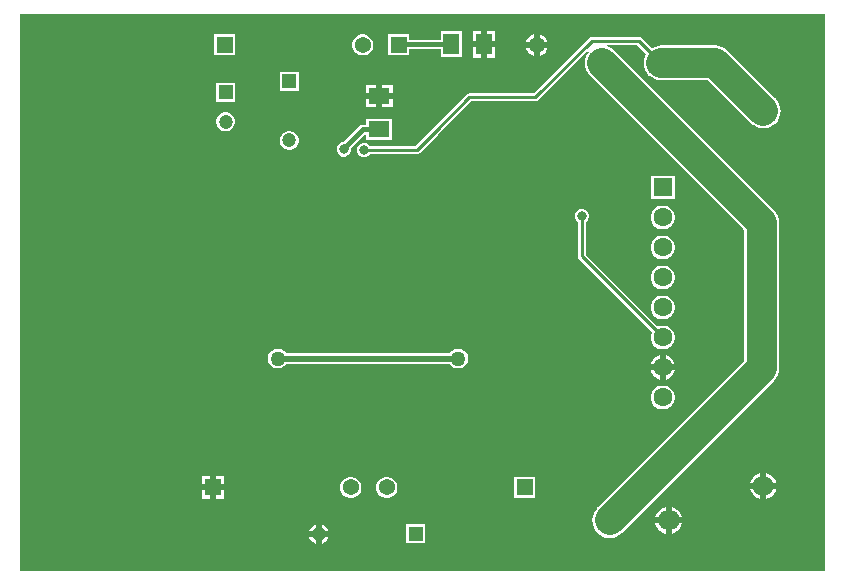
<source format=gbl>
G04*
G04 #@! TF.GenerationSoftware,Altium Limited,Altium Designer,23.1.1 (15)*
G04*
G04 Layer_Physical_Order=2*
G04 Layer_Color=16711680*
%FSLAX25Y25*%
%MOIN*%
G70*
G04*
G04 #@! TF.SameCoordinates,D35DB840-2654-421D-A1CD-60E11C52D8AA*
G04*
G04*
G04 #@! TF.FilePolarity,Positive*
G04*
G01*
G75*
%ADD14C,0.01000*%
%ADD20R,0.04724X0.04724*%
%ADD21C,0.04724*%
%ADD26R,0.05400X0.05400*%
%ADD27C,0.06800*%
%ADD28R,0.06800X0.06800*%
%ADD29C,0.05400*%
%ADD34C,0.02000*%
%ADD35C,0.01500*%
%ADD36C,0.10000*%
%ADD37C,0.06319*%
%ADD38R,0.06319X0.06319*%
%ADD39C,0.07087*%
%ADD40R,0.07087X0.07087*%
%ADD41R,0.04724X0.04724*%
%ADD42C,0.05000*%
%ADD43C,0.03150*%
%ADD44R,0.05315X0.07087*%
%ADD45R,0.07087X0.05315*%
G36*
X374697Y205134D02*
X106303D01*
Y390930D01*
X374697D01*
Y205134D01*
D02*
G37*
%LPC*%
G36*
X253457Y385052D02*
X246543D01*
Y382289D01*
X236000D01*
Y384000D01*
X229000D01*
Y377000D01*
X236000D01*
Y379128D01*
X246543D01*
Y376365D01*
X253457D01*
Y385052D01*
D02*
G37*
G36*
X264681Y385252D02*
X262024D01*
Y381709D01*
X264681D01*
Y385252D01*
D02*
G37*
G36*
X260024D02*
X257366D01*
Y381709D01*
X260024D01*
Y385252D01*
D02*
G37*
G36*
X279500Y384063D02*
Y381500D01*
X282063D01*
X281948Y381928D01*
X281461Y382772D01*
X280772Y383461D01*
X279928Y383948D01*
X279500Y384063D01*
D02*
G37*
G36*
X277500D02*
X277072Y383948D01*
X276228Y383461D01*
X275539Y382772D01*
X275052Y381928D01*
X274937Y381500D01*
X277500D01*
Y384063D01*
D02*
G37*
G36*
X220961Y384000D02*
X220039D01*
X219149Y383762D01*
X218351Y383301D01*
X217699Y382649D01*
X217238Y381851D01*
X217000Y380961D01*
Y380039D01*
X217238Y379149D01*
X217699Y378351D01*
X218351Y377699D01*
X219149Y377238D01*
X220039Y377000D01*
X220961D01*
X221851Y377238D01*
X222649Y377699D01*
X223301Y378351D01*
X223762Y379149D01*
X224000Y380039D01*
Y380961D01*
X223762Y381851D01*
X223301Y382649D01*
X222649Y383301D01*
X221851Y383762D01*
X220961Y384000D01*
D02*
G37*
G36*
X178000D02*
X171000D01*
Y377000D01*
X178000D01*
Y384000D01*
D02*
G37*
G36*
X282063Y379500D02*
X279500D01*
Y376937D01*
X279928Y377052D01*
X280772Y377539D01*
X281461Y378228D01*
X281948Y379072D01*
X282063Y379500D01*
D02*
G37*
G36*
X277500D02*
X274937D01*
X275052Y379072D01*
X275539Y378228D01*
X276228Y377539D01*
X277072Y377052D01*
X277500Y376937D01*
Y379500D01*
D02*
G37*
G36*
X264681Y379709D02*
X262024D01*
Y376165D01*
X264681D01*
Y379709D01*
D02*
G37*
G36*
X260024D02*
X257366D01*
Y376165D01*
X260024D01*
Y379709D01*
D02*
G37*
G36*
X199162Y371505D02*
X192838D01*
Y365180D01*
X199162D01*
Y371505D01*
D02*
G37*
G36*
X230528Y367043D02*
X226984D01*
Y364386D01*
X230528D01*
Y367043D01*
D02*
G37*
G36*
X224984D02*
X221441D01*
Y364386D01*
X224984D01*
Y367043D01*
D02*
G37*
G36*
X177965Y367926D02*
X171641D01*
Y361602D01*
X177965D01*
Y367926D01*
D02*
G37*
G36*
X230528Y362386D02*
X226984D01*
Y359728D01*
X230528D01*
Y362386D01*
D02*
G37*
G36*
X224984D02*
X221441D01*
Y359728D01*
X224984D01*
Y362386D01*
D02*
G37*
G36*
X312595Y383231D02*
X296905D01*
X296398Y383130D01*
X295968Y382843D01*
X277451Y364325D01*
X256000D01*
X255493Y364225D01*
X255063Y363937D01*
X243563Y352437D01*
X237951Y346826D01*
X223021D01*
X223013Y346845D01*
X222345Y347513D01*
X221472Y347875D01*
X220528D01*
X219655Y347513D01*
X218987Y346845D01*
X218625Y345972D01*
Y345028D01*
X218987Y344155D01*
X219655Y343487D01*
X220528Y343125D01*
X221472D01*
X222345Y343487D01*
X223013Y344155D01*
X223021Y344175D01*
X238500D01*
X239007Y344275D01*
X239437Y344563D01*
X245437Y350563D01*
X256549Y361674D01*
X278000D01*
X278507Y361775D01*
X278937Y362063D01*
X295553Y378678D01*
X295596Y378680D01*
X295721Y378537D01*
X295841Y378191D01*
X295469Y377738D01*
X294931Y376730D01*
X294599Y375637D01*
X294487Y374500D01*
X294599Y373363D01*
X294931Y372270D01*
X295469Y371262D01*
X296194Y370379D01*
X347672Y318901D01*
Y275099D01*
X298916Y226343D01*
X298472D01*
Y225850D01*
X297969Y225238D01*
X297430Y224230D01*
X297099Y223137D01*
X296987Y222000D01*
X297099Y220863D01*
X297430Y219770D01*
X297969Y218762D01*
X298472Y218150D01*
Y217657D01*
X298965D01*
X299577Y217154D01*
X300585Y216616D01*
X301678Y216284D01*
X302815Y216172D01*
X303952Y216284D01*
X305045Y216616D01*
X306053Y217154D01*
X306665Y217657D01*
X307158D01*
Y218101D01*
X357621Y268564D01*
X358346Y269447D01*
X358884Y270455D01*
X359216Y271548D01*
X359328Y272685D01*
Y321315D01*
X359216Y322452D01*
X358884Y323545D01*
X358346Y324553D01*
X357621Y325436D01*
X304436Y378621D01*
X303553Y379346D01*
X302545Y379884D01*
X301900Y380080D01*
X301975Y380580D01*
X312046D01*
X315061Y377564D01*
X314616Y376730D01*
X314284Y375637D01*
X314172Y374500D01*
X314284Y373363D01*
X314616Y372270D01*
X315154Y371262D01*
X315657Y370650D01*
Y370157D01*
X316150D01*
X316762Y369654D01*
X317770Y369116D01*
X318863Y368784D01*
X320000Y368672D01*
X335586D01*
X349800Y354458D01*
Y354300D01*
X349975D01*
X350762Y353654D01*
X351770Y353116D01*
X352863Y352784D01*
X354000Y352672D01*
X355137Y352784D01*
X356230Y353116D01*
X357238Y353654D01*
X358025Y354300D01*
X358200D01*
Y354475D01*
X358846Y355262D01*
X359384Y356270D01*
X359716Y357363D01*
X359828Y358500D01*
X359716Y359637D01*
X359384Y360730D01*
X358846Y361738D01*
X358200Y362525D01*
Y362700D01*
X358042D01*
X342121Y378621D01*
X341238Y379346D01*
X340230Y379884D01*
X339137Y380216D01*
X338000Y380328D01*
X320000D01*
X318863Y380216D01*
X317770Y379884D01*
X316936Y379439D01*
X313532Y382843D01*
X313102Y383130D01*
X312595Y383231D01*
D02*
G37*
G36*
X175220Y358084D02*
X174387D01*
X173583Y357868D01*
X172862Y357452D01*
X172273Y356863D01*
X171856Y356142D01*
X171641Y355338D01*
Y354505D01*
X171856Y353701D01*
X172273Y352980D01*
X172862Y352391D01*
X173583Y351975D01*
X174387Y351759D01*
X175220D01*
X176024Y351975D01*
X176745Y352391D01*
X177333Y352980D01*
X177750Y353701D01*
X177965Y354505D01*
Y355338D01*
X177750Y356142D01*
X177333Y356863D01*
X176745Y357452D01*
X176024Y357868D01*
X175220Y358084D01*
D02*
G37*
G36*
X230328Y355820D02*
X221641D01*
Y353943D01*
X220472D01*
X219868Y353822D01*
X219355Y353480D01*
X213919Y348044D01*
X213701D01*
X212828Y347682D01*
X212160Y347014D01*
X211798Y346142D01*
Y345197D01*
X212160Y344324D01*
X212828Y343656D01*
X213701Y343295D01*
X214646D01*
X215518Y343656D01*
X216186Y344324D01*
X216548Y345197D01*
Y346142D01*
X216530Y346185D01*
X221127Y350782D01*
X221641D01*
Y348905D01*
X230328D01*
Y355820D01*
D02*
G37*
G36*
X196416Y351820D02*
X195584D01*
X194779Y351604D01*
X194058Y351188D01*
X193470Y350599D01*
X193053Y349878D01*
X192838Y349074D01*
Y348241D01*
X193053Y347437D01*
X193470Y346716D01*
X194058Y346127D01*
X194779Y345711D01*
X195584Y345495D01*
X196416D01*
X197221Y345711D01*
X197942Y346127D01*
X198530Y346716D01*
X198947Y347437D01*
X199162Y348241D01*
Y349074D01*
X198947Y349878D01*
X198530Y350599D01*
X197942Y351188D01*
X197221Y351604D01*
X196416Y351820D01*
D02*
G37*
G36*
X324460Y336960D02*
X316541D01*
Y329041D01*
X324460D01*
Y336960D01*
D02*
G37*
G36*
X321021Y326959D02*
X319979D01*
X318972Y326690D01*
X318069Y326168D01*
X317332Y325431D01*
X316810Y324528D01*
X316541Y323521D01*
Y322479D01*
X316810Y321472D01*
X317332Y320569D01*
X318069Y319832D01*
X318972Y319310D01*
X319979Y319040D01*
X321021D01*
X322028Y319310D01*
X322931Y319832D01*
X323668Y320569D01*
X324190Y321472D01*
X324460Y322479D01*
Y323521D01*
X324190Y324528D01*
X323668Y325431D01*
X322931Y326168D01*
X322028Y326690D01*
X321021Y326959D01*
D02*
G37*
G36*
Y316960D02*
X319979D01*
X318972Y316690D01*
X318069Y316168D01*
X317332Y315431D01*
X316810Y314528D01*
X316541Y313521D01*
Y312479D01*
X316810Y311472D01*
X317332Y310569D01*
X318069Y309832D01*
X318972Y309310D01*
X319979Y309040D01*
X321021D01*
X322028Y309310D01*
X322931Y309832D01*
X323668Y310569D01*
X324190Y311472D01*
X324460Y312479D01*
Y313521D01*
X324190Y314528D01*
X323668Y315431D01*
X322931Y316168D01*
X322028Y316690D01*
X321021Y316960D01*
D02*
G37*
G36*
Y306960D02*
X319979D01*
X318972Y306690D01*
X318069Y306168D01*
X317332Y305431D01*
X316810Y304528D01*
X316541Y303521D01*
Y302479D01*
X316810Y301472D01*
X317332Y300569D01*
X318069Y299832D01*
X318972Y299310D01*
X319979Y299041D01*
X321021D01*
X322028Y299310D01*
X322931Y299832D01*
X323668Y300569D01*
X324190Y301472D01*
X324460Y302479D01*
Y303521D01*
X324190Y304528D01*
X323668Y305431D01*
X322931Y306168D01*
X322028Y306690D01*
X321021Y306960D01*
D02*
G37*
G36*
Y296959D02*
X319979D01*
X318972Y296690D01*
X318069Y296168D01*
X317332Y295431D01*
X316810Y294528D01*
X316541Y293521D01*
Y292479D01*
X316810Y291472D01*
X317332Y290569D01*
X318069Y289832D01*
X318972Y289310D01*
X319979Y289040D01*
X321021D01*
X322028Y289310D01*
X322931Y289832D01*
X323668Y290569D01*
X324190Y291472D01*
X324460Y292479D01*
Y293521D01*
X324190Y294528D01*
X323668Y295431D01*
X322931Y296168D01*
X322028Y296690D01*
X321021Y296959D01*
D02*
G37*
G36*
X293972Y325875D02*
X293028D01*
X292155Y325513D01*
X291487Y324845D01*
X291125Y323972D01*
Y323028D01*
X291487Y322155D01*
X292155Y321487D01*
X292175Y321479D01*
Y310000D01*
X292275Y309493D01*
X292563Y309063D01*
X316915Y284710D01*
X316810Y284528D01*
X316541Y283521D01*
Y282479D01*
X316810Y281472D01*
X317332Y280569D01*
X318069Y279832D01*
X318972Y279310D01*
X319979Y279041D01*
X321021D01*
X322028Y279310D01*
X322931Y279832D01*
X323668Y280569D01*
X324190Y281472D01*
X324460Y282479D01*
Y283521D01*
X324190Y284528D01*
X323668Y285431D01*
X322931Y286168D01*
X322028Y286690D01*
X321021Y286960D01*
X319979D01*
X318972Y286690D01*
X318790Y286585D01*
X294826Y310549D01*
Y321479D01*
X294845Y321487D01*
X295513Y322155D01*
X295875Y323028D01*
Y323972D01*
X295513Y324845D01*
X294845Y325513D01*
X293972Y325875D01*
D02*
G37*
G36*
X252797Y279284D02*
X251928D01*
X251089Y279059D01*
X250336Y278625D01*
X249722Y278011D01*
X249611Y277819D01*
X194877D01*
X194767Y278011D01*
X194152Y278625D01*
X193400Y279059D01*
X192560Y279284D01*
X191692D01*
X190852Y279059D01*
X190100Y278625D01*
X189485Y278011D01*
X189051Y277258D01*
X188826Y276419D01*
Y275550D01*
X189051Y274710D01*
X189485Y273958D01*
X190100Y273344D01*
X190852Y272909D01*
X191692Y272684D01*
X192560D01*
X193400Y272909D01*
X194152Y273344D01*
X194767Y273958D01*
X194877Y274149D01*
X249611D01*
X249722Y273958D01*
X250336Y273344D01*
X251089Y272909D01*
X251928Y272684D01*
X252797D01*
X253636Y272909D01*
X254388Y273344D01*
X255003Y273958D01*
X255437Y274710D01*
X255662Y275550D01*
Y276419D01*
X255437Y277258D01*
X255003Y278011D01*
X254388Y278625D01*
X253636Y279059D01*
X252797Y279284D01*
D02*
G37*
G36*
X321500Y277038D02*
Y274000D01*
X324538D01*
X324376Y274605D01*
X323828Y275554D01*
X323054Y276328D01*
X322106Y276876D01*
X321500Y277038D01*
D02*
G37*
G36*
X319500D02*
X318895Y276876D01*
X317946Y276328D01*
X317172Y275554D01*
X316624Y274605D01*
X316462Y274000D01*
X319500D01*
Y277038D01*
D02*
G37*
G36*
X324538Y272000D02*
X321500D01*
Y268962D01*
X322106Y269124D01*
X323054Y269672D01*
X323828Y270446D01*
X324376Y271394D01*
X324538Y272000D01*
D02*
G37*
G36*
X319500D02*
X316462D01*
X316624Y271394D01*
X317172Y270446D01*
X317946Y269672D01*
X318895Y269124D01*
X319500Y268962D01*
Y272000D01*
D02*
G37*
G36*
X321021Y266960D02*
X319979D01*
X318972Y266690D01*
X318069Y266168D01*
X317332Y265431D01*
X316810Y264528D01*
X316541Y263521D01*
Y262479D01*
X316810Y261472D01*
X317332Y260569D01*
X318069Y259832D01*
X318972Y259310D01*
X319979Y259040D01*
X321021D01*
X322028Y259310D01*
X322931Y259832D01*
X323668Y260569D01*
X324190Y261472D01*
X324460Y262479D01*
Y263521D01*
X324190Y264528D01*
X323668Y265431D01*
X322931Y266168D01*
X322028Y266690D01*
X321021Y266960D01*
D02*
G37*
G36*
X355000Y237787D02*
Y234500D01*
X358287D01*
X358100Y235198D01*
X357521Y236202D01*
X356702Y237021D01*
X355698Y237600D01*
X355000Y237787D01*
D02*
G37*
G36*
X353000D02*
X352302Y237600D01*
X351298Y237021D01*
X350479Y236202D01*
X349900Y235198D01*
X349713Y234500D01*
X353000D01*
Y237787D01*
D02*
G37*
G36*
X174200Y236700D02*
X171500D01*
Y234000D01*
X174200D01*
Y236700D01*
D02*
G37*
G36*
X169500D02*
X166800D01*
Y234000D01*
X169500D01*
Y236700D01*
D02*
G37*
G36*
X278000Y236500D02*
X271000D01*
Y229500D01*
X278000D01*
Y236500D01*
D02*
G37*
G36*
X228961D02*
X228039D01*
X227149Y236262D01*
X226351Y235801D01*
X225699Y235149D01*
X225238Y234351D01*
X225000Y233461D01*
Y232539D01*
X225238Y231649D01*
X225699Y230851D01*
X226351Y230199D01*
X227149Y229738D01*
X228039Y229500D01*
X228961D01*
X229851Y229738D01*
X230649Y230199D01*
X231301Y230851D01*
X231762Y231649D01*
X232000Y232539D01*
Y233461D01*
X231762Y234351D01*
X231301Y235149D01*
X230649Y235801D01*
X229851Y236262D01*
X228961Y236500D01*
D02*
G37*
G36*
X216961D02*
X216039D01*
X215149Y236262D01*
X214351Y235801D01*
X213699Y235149D01*
X213239Y234351D01*
X213000Y233461D01*
Y232539D01*
X213239Y231649D01*
X213699Y230851D01*
X214351Y230199D01*
X215149Y229738D01*
X216039Y229500D01*
X216961D01*
X217851Y229738D01*
X218649Y230199D01*
X219301Y230851D01*
X219761Y231649D01*
X220000Y232539D01*
Y233461D01*
X219761Y234351D01*
X219301Y235149D01*
X218649Y235801D01*
X217851Y236262D01*
X216961Y236500D01*
D02*
G37*
G36*
X174200Y232000D02*
X171500D01*
Y229300D01*
X174200D01*
Y232000D01*
D02*
G37*
G36*
X169500D02*
X166800D01*
Y229300D01*
X169500D01*
Y232000D01*
D02*
G37*
G36*
X358287Y232500D02*
X355000D01*
Y229213D01*
X355698Y229400D01*
X356702Y229979D01*
X357521Y230798D01*
X358100Y231802D01*
X358287Y232500D01*
D02*
G37*
G36*
X353000D02*
X349713D01*
X349900Y231802D01*
X350479Y230798D01*
X351298Y229979D01*
X352302Y229400D01*
X353000Y229213D01*
Y232500D01*
D02*
G37*
G36*
X323500Y226436D02*
Y223000D01*
X326936D01*
X326734Y223754D01*
X326135Y224790D01*
X325290Y225636D01*
X324254Y226234D01*
X323500Y226436D01*
D02*
G37*
G36*
X321500D02*
X320746Y226234D01*
X319710Y225636D01*
X318864Y224790D01*
X318266Y223754D01*
X318064Y223000D01*
X321500D01*
Y226436D01*
D02*
G37*
G36*
X206858Y220713D02*
Y218500D01*
X209071D01*
X208991Y218798D01*
X208549Y219564D01*
X207923Y220190D01*
X207156Y220633D01*
X206858Y220713D01*
D02*
G37*
G36*
X204858Y220713D02*
X204560Y220633D01*
X203794Y220190D01*
X203168Y219564D01*
X202725Y218798D01*
X202645Y218500D01*
X204858D01*
Y220713D01*
D02*
G37*
G36*
X326936Y221000D02*
X323500D01*
Y217564D01*
X324254Y217766D01*
X325290Y218365D01*
X326135Y219210D01*
X326734Y220246D01*
X326936Y221000D01*
D02*
G37*
G36*
X321500D02*
X318064D01*
X318266Y220246D01*
X318864Y219210D01*
X319710Y218365D01*
X320746Y217766D01*
X321500Y217564D01*
Y221000D01*
D02*
G37*
G36*
X241304Y220662D02*
X234980D01*
Y214338D01*
X241304D01*
Y220662D01*
D02*
G37*
G36*
X209071Y216500D02*
X206858D01*
Y214287D01*
X207156Y214367D01*
X207923Y214810D01*
X208549Y215436D01*
X208991Y216202D01*
X209071Y216500D01*
D02*
G37*
G36*
X204858D02*
X202645D01*
X202725Y216202D01*
X203168Y215436D01*
X203794Y214810D01*
X204560Y214367D01*
X204858Y214287D01*
Y216500D01*
D02*
G37*
%LPD*%
D14*
X312595Y381906D02*
X320000Y374500D01*
X296905Y381906D02*
X312595D01*
X278000Y363000D02*
X296905Y381906D01*
X244500Y351500D02*
X256000Y363000D01*
X278000D01*
X221000Y345500D02*
X238500D01*
X244500Y351500D01*
X293500Y310000D02*
Y323500D01*
Y310000D02*
X320500Y283000D01*
D20*
X196000Y368342D02*
D03*
X174803Y364764D02*
D03*
D21*
X196000Y348657D02*
D03*
X174803Y354921D02*
D03*
X205858Y217500D02*
D03*
D26*
X274500Y233000D02*
D03*
X174500Y380500D02*
D03*
X232500D02*
D03*
X170500Y233000D02*
D03*
D27*
X354000Y233500D02*
D03*
D28*
Y358500D02*
D03*
D29*
X216500Y233000D02*
D03*
X228500D02*
D03*
X220500Y380500D02*
D03*
X278500D02*
D03*
D34*
X192126Y275984D02*
X252362D01*
D35*
X232709Y380709D02*
X250000D01*
X232500Y380500D02*
X232709Y380709D01*
X214173Y345669D02*
Y346063D01*
X220472Y352362D01*
X225984D01*
D36*
X302815Y222000D02*
X353500Y272685D01*
Y321315D01*
X320000Y374500D02*
X338000D01*
X354000Y358500D01*
X300315Y374500D02*
X353500Y321315D01*
D37*
X320500Y313000D02*
D03*
Y323000D02*
D03*
Y303000D02*
D03*
Y273000D02*
D03*
Y283000D02*
D03*
Y263000D02*
D03*
Y293000D02*
D03*
D38*
Y333000D02*
D03*
D39*
X300315Y374500D02*
D03*
X322500Y222000D02*
D03*
D40*
X302815D02*
D03*
X320000Y374500D02*
D03*
D41*
X238142Y217500D02*
D03*
D42*
X283171Y270841D02*
D03*
X133245Y271033D02*
D03*
X173228Y346850D02*
D03*
X233256Y324201D02*
D03*
X252362Y275984D02*
D03*
X192126D02*
D03*
X183465Y346850D02*
D03*
X293000Y297500D02*
D03*
X283500Y348000D02*
D03*
X133500Y324000D02*
D03*
X183000Y271000D02*
D03*
X233256Y270756D02*
D03*
D43*
X214173Y345669D02*
D03*
X221000Y345500D02*
D03*
X293500Y323500D02*
D03*
X238500Y353500D02*
D03*
D44*
X261024Y380709D02*
D03*
X250000D02*
D03*
D45*
X225984Y352362D02*
D03*
Y363386D02*
D03*
M02*

</source>
